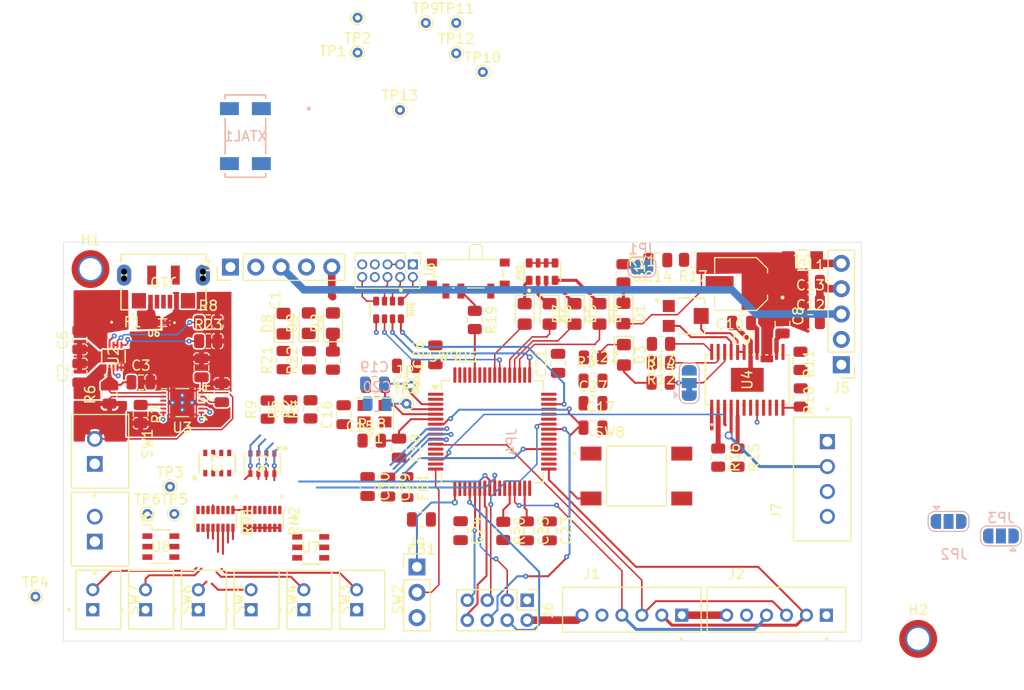
<source format=kicad_pcb>
(kicad_pcb (version 20240108) (generator "pcbnew") (generator_version "8.0")
  (layers (0 "F.Cu" signal) (1 "In1.Cu" signal) (2 "In2.Cu" signal) (31 "B.Cu" signal) (34 "B.Paste" user) (35 "F.Paste" user) (36 "B.SilkS" user "B.Silkscreen") (37 "F.SilkS" user "F.Silkscreen") (38 "B.Mask" user) (39 "F.Mask" user) (44 "Edge.Cuts" user))
  (net 0 "")
  (net 1 "GND")
  (net 2 "Button1")
  (net 3 "Button2")
  (net 4 "Button3")
  (net 5 "Button4")
  (net 6 "Button5")
  (net 7 "Button6")
  (net 8 "3V3")
  (net 9 "NRST")
  (net 10 "DC")
  (net 11 "SCK")
  (net 12 "MOSI")
  (net 13 "5V")
  (net 14 "CS")
  (net 15 "MISO")
  (net 16 "RST")
  (net 17 "PC14-OSC32IN")
  (net 18 "PC15-OSC32OUT")
  (net 19 "PH0-OSCIN")
  (net 20 "PH1-OSCOUT")
  (net 21 "Net-(SW1-A)")
  (net 22 "Net-(U3-V_{DD})")
  (net 23 "BATT_POS")
  (net 24 "SDA")
  (net 25 "Net-(U4-VCP)")
  (net 26 "VSYS")
  (net 27 "AGND")
  (net 28 "SCL")
  (net 29 "VBUS")
  (net 30 "VMOT")
  (net 31 "/Motor/FLT")
  (net 32 "/Motor/SLP")
  (net 33 "/Motor/M1")
  (net 34 "/Motor/EN")
  (net 35 "/Motor/M0")
  (net 36 "Net-(C14-Pad1)")
  (net 37 "Net-(U5-VCAP_1)")
  (net 38 "Net-(U5-VCAP_2)")
  (net 39 "+3.3VA")
  (net 40 "Net-(D1-K)")
  (net 41 "Net-(D2-K)")
  (net 42 "PC10")
  (net 43 "Net-(D3-K)")
  (net 44 "PC11")
  (net 45 "PC12")
  (net 46 "Net-(D4-K)")
  (net 47 "Net-(D5-K)")
  (net 48 "Net-(J10-VBUS)")
  (net 49 "MCU_TX")
  (net 50 "MCU_RX")
  (net 51 "I2S_WS")
  (net 52 "I2S_BCLK")
  (net 53 "I2S_DATA")
  (net 58 "Net-(J8-SWCLK{slash}TCK)")
  (net 59 "/USB/D+")
  (net 60 "/USB/D-")
  (net 62 "Net-(U3-BIN)")
  (net 63 "Net-(U2-ILIM{slash}VSET)")
  (net 64 "Net-(D8-K)")
  (net 65 "Net-(U4-CONFIG)")
  (net 66 "Net-(U4-FAULT)")
  (net 67 "Net-(U4-BDECAY)")
  (net 68 "Net-(U4-ADECAY)")
  (net 69 "Net-(U4-BAISEN)")
  (net 70 "Net-(U4-AISEN)")
  (net 71 "Net-(Y1-OUT)")
  (net 72 "SWCLK")
  (net 73 "SWDIO")
  (net 74 "SWO")
  (net 75 "BOOT0")
  (net 76 "Net-(SW9-B)")
  (net 77 "/MCU/BOOT1")
  (net 78 "Net-(RN1G-R7.2)")
  (net 79 "Net-(RN1H-R8.2)")
  (net 80 "Net-(U4-VREF0)")
  (net 81 "/Motor/VREF")
  (net 82 "Net-(U5-PC9)")
  (net 83 "Net-(U5-PC8)")
  (net 84 "Net-(U5-PC7)")
  (net 85 "Net-(U5-PB8)")
  (net 86 "Net-(U5-PB9)")
  (net 90 "STEP")
  (net 91 "DIR")
  (net 97 "Net-(D9-K)")
  (net 104 "/Motor/A1")
  (net 105 "/Motor/B2")
  (net 106 "/Motor/B1")
  (net 107 "/Motor/A2")
  (net 108 "Net-(D6-K)")
  (net 109 "Net-(D7-K)")
  (net 110 "PB4")
  (net 112 "Net-(J8-SWDIO{slash}TMS)")
  (net 113 "Net-(J8-~{RESET})")
  (net 115 "Net-(J8-SWO{slash}TDO)")
  (net 119 "BAT_EMPTY")
  (net 120 "STATS2")
  (net 121 "STATS1")
  (net 122 "Net-(U2-TS{slash}MR)")
  (net 123 "/UI/B7")
  (net 124 "/UI/B8")
  (net 125 "/UI/B6")
  (net 126 "/UI/B2")
  (net 127 "/UI/B3")
  (net 128 "/UI/B1")
  (net 129 "/UI/B5")
  (net 130 "/UI/B4")
  (net 131 "VBAT")
  (footprint "Parts_Library:RESCAXE80P320X160X70-8N" (layer "F.Cu") (at 182.6 106.8 -90)
    (property "Reference" "RN4")
    (property "Value" "22")
  )
  (footprint "Capacitor_SMD:C_0805_2012Metric" (layer "F.Cu") (at 187.3 111.3 90)
    (property "Reference" "C26")
    (property "Value" "100nF")
  )
  (footprint "Resistor_SMD:R_0805_2012Metric" (layer "F.Cu") (at 172.775 116.7625 90)
    (property "Reference" "R5")
    (property "Value" "5.1k")
  )
  (footprint "Capacitor_SMD:C_0805_2012Metric" (layer "F.Cu") (at 151.625 113.125 90)
    (property "Reference" "C2")
    (property "Value" "22uF")
  )
  (footprint "Capacitor_SMD:C_0805_2012Metric" (layer "F.Cu") (at 180.5 124.5 -90)
    (property "Reference" "C30")
    (property "Value" "1uF")
  )
  (footprint "Package_QFP:LQFP-64_10x10mm_P0.5mm" (layer "F.Cu") (at 193 119)
    (property "Reference" "U5")
    (property "Value" "STM32F405RGTx")
  )
  (footprint "GT_library:JST_B2B-PH-K-S" (layer "F.Cu") (at 174.66 135.85 -90)
    (property "Reference" "SW3")
    (property "Value" "SW_Push")
  )
  (footprint "TestPoint:TestPoint_THTPad_D1.0mm_Drill0.5mm" (layer "F.Cu") (at 147.2 135.55)
    (property "Reference" "TP4")
    (property "Value" "TestPoint")
  )
  (footprint "LED_SMD:LED_0805_2012Metric_Pad1.15x1.40mm_HandSolder" (layer "F.Cu") (at 201.25 107.195 -90)
    (property "Reference" "D5")
    (property "Value" "Orange")
  )
  (footprint "Resistor_SMD:R_0805_2012Metric" (layer "F.Cu") (at 206.15 103.125 -90)
    (property "Reference" "R1")
    (property "Value" "680")
  )
  (footprint "GT_library:JST_B6B-PH-K-S" (layer "F.Cu") (at 221.5 136.85)
    (property "Reference" "J2")
    (property "Value" "B6B-PH-K-S")
  )
  (footprint "TestPoint:TestPoint_THTPad_D1.0mm_Drill0.5mm" (layer "F.Cu") (at 161.125 127.25)
    (property "Reference" "TP5")
    (property "Value" "TestPoint")
  )
  (footprint "Resistor_SMD:R_0805_2012Metric" (layer "F.Cu") (at 209.9224 112.1 180)
    (property "Reference" "R12")
    (property "Value" "47k")
  )
  (footprint "Capacitor_SMD:C_0805_2012Metric" (layer "F.Cu") (at 189.825 128.925 -90)
    (property "Reference" "C24")
    (property "Value" "100nF")
  )
  (footprint "Inductor_SMD:L_0805_2012Metric" (layer "F.Cu") (at 184.5 124.55 -90)
    (property "Reference" "FB1")
    (property "Value" "FerriteBead")
  )
  (footprint "Parts_Library:SOIC_05T1G_ONS" (layer "F.Cu") (at 174.8 130.6)
    (property "Reference" "U7")
    (property "Value" "SMS05T1G")
  )
  (footprint "Capacitor_SMD:C_0805_2012Metric" (layer "F.Cu") (at 224.9 108)
    (property "Reference" "C12")
    (property "Value" "0.1uF")
  )
  (footprint "Capacitor_SMD:C_0805_2012Metric" (layer "F.Cu") (at 183.65 120.65 -90)
    (property "Reference" "C18")
    (property "Value" "20pF")
  )
  (footprint "Resistor_SMD:R_0805_2012Metric" (layer "F.Cu") (at 213.14 101.77 180)
    (property "Reference" "R17")
    (property "Value" "1")
  )
  (footprint "Resistor_SMD:R_0805_2012Metric" (layer "F.Cu") (at 217.6 121.6 -90)
    (property "Reference" "R15")
    (property "Value" "0.10")
  )
  (footprint "LED_SMD:LED_0805_2012Metric_Pad1.15x1.40mm_HandSolder" (layer "F.Cu") (at 196.25 107.195 -90)
    (property "Reference" "D7")
    (property "Value" "Blue")
  )
  (footprint "Resistor_SMD:R_0805_2012Metric" (layer "F.Cu") (at 215.65 121.6 -90)
    (property "Reference" "R16")
    (property "Value" "0.10")
  )
  (footprint "TestPoint:TestPoint_THTPad_D1.0mm_Drill0.5mm" (layer "F.Cu") (at 179.5 77.5)
    (property "Reference" "TP1")
    (property "Value" "~")
  )
  (footprint "Parts_Library:CON00906_5_MOL" (layer "F.Cu") (at 160.037501 104 180)
    (property "Reference" "J10")
    (property "Value" "1051640001")
    (fp_line (start 3.95 1.038601) (end 3.95 0.352801) (stroke (width 0.6096)) (layer "Edge.Cuts"))
    (fp_line (start -3.95 1.038601) (end -3.95 0.352801) (stroke (width 0.6096)) (layer "Edge.Cuts"))
  )
  (footprint "TestPoint:TestPoint_THTPad_D1.0mm_Drill0.5mm" (layer "F.Cu") (at 189.39 81.07)
    (property "Reference" "TP12")
    (property "Value" "~")
  )
  (footprint "Capacitor_SMD:C_0805_2012Metric" (layer "F.Cu") (at 209.6 101.8 180)
    (property "Reference" "C14")
    (property "Value" "10uF")
  )
  (footprint "Capacitor_SMD:C_0805_2012Metric" (layer "F.Cu") (at 203.1 118.6)
    (property "Reference" "C17")
    (property "Value" "100nF")
  )
  (footprint "Capacitor_SMD:C_0805_2012Metric" (layer "F.Cu") (at 178.1 117.3 90)
    (property "Reference" "C16")
    (property "Value" "0.01uF")
  )
  (footprint "GT_library:CAP_CA0612_3P2X1P6_YAG" (layer "F.Cu") (at 165.425 122.15 90)
    (property "Reference" "C7")
    (property "Value" "100nF")
  )
  (footprint "Resistor_SMD:R_0805_2012Metric" (layer "F.Cu") (at 209.9224 110.2 180)
    (property "Reference" "R13")
    (property "Value" "47k")
  )
  (footprint "Resistor_SMD:R_0805_2012Metric" (layer "F.Cu") (at 180.9125 119.9)
    (property "Reference" "R18")
    (property "Value" "220")
  )
  (footprint "Resistor_SMD:R_0805_2012Metric" (layer "F.Cu") (at 191.25 107.8 -90)
    (property "Reference" "R19")
    (property "Value" "10k")
  )
  (footprint "Resistor_SMD:R_0805_2012Metric" (layer "F.Cu") (at 177.025 111.875 90)
    (property "Reference" "R2")
    (property "Value" "680")
  )
  (footprint "Parts_Library:SOP65P640X120-25N" (layer "F.Cu") (at 218.575002 113.800001 90)
    (property "Reference" "U4")
    (property "Value" "DRV8834PWP")
  )
  (footprint "LED_SMD:LED_0805_2012Metric_Pad1.15x1.40mm_HandSolder" (layer "F.Cu") (at 198.75 107.195 -90)
    (property "Reference" "D6")
    (property "Value" "Red")
  )
  (footprint "Resistor_SMD:R_0805_2012Metric" (layer "F.Cu") (at 209.8875 114.1)
    (property "Reference" "R14")
    (property "Value" "10k")
  )
  (footprint "Button_Switch_SMD:SW_SPDT_PCM12" (layer "F.Cu") (at 190.6 103.475 180)
    (property "Reference" "SW9")
    (property "Value" "SW_SPDT")
  )
  (footprint "Capacitor_SMD:C_0805_2012Metric" (layer "F.Cu") (at 222.1 108.2 -90)
    (property "Reference" "C8")
    (property "Value" "0.01uF")
  )
  (footprint "Capacitor_SMD:C_0805_2012Metric" (layer "F.Cu") (at 196.45 128.95 -90)
    (property "Reference" "C25")
    (property "Value" "2.2uF")
  )
  (footprint "Connector_PinHeader_2.54mm:PinHeader_1x05_P2.54mm_Vertical" (layer "F.Cu") (at 228 112.29 180)
    (property "Reference" "J5")
    (property "Value" "Conn_01x05_Pin")
  )
  (footprint "TestPoint:TestPoint_THTPad_D1.0mm_Drill0.5mm" (layer "F.Cu") (at 179.5 81)
    (property "Reference" "TP2")
    (property "Value" "~")
  )
  (footprint "Parts_Library:SOIC_05T1G_ONS" (layer "F.Cu") (at 159.77755 130.525)
    (property "Reference" "U8")
    (property "Value" "SMS05T1G")
  )
  (footprint "Capacitor_SMD:C_0805_2012Metric" (layer "F.Cu") (at 182.55 124.55 -90)
    (property "Reference" "C29")
    (property "Value" "100nF")
  )
  (footprint "LED_SMD:LED_0805_2012Metric_Pad1.15x1.40mm_HandSolder" (layer "F.Cu") (at 206.15 107.15 -90)
    (property "Reference" "D1")
    (property "Value" "Orange")
  )
  (footprint "Resistor_SMD:R_0805_2012Metric" (layer "F.Cu") (at 174.775 116.7625 90)
    (property "Reference" "R4")
    (property "Value" "5.1k")
  )
  (footprint "Capacitor_SMD:C_0805_2012Metric" (layer "F.Cu") (at 165.875 115.1 90)
    (property "Reference" "C4")
    (property "Value" "0.47uF")
  )
  (footprint "GT_library:JST_B2B-PH-K-S" (layer "F.Cu") (at 158.79 135.85 -90)
    (property "Reference" "SW6")
    (property "Value" "SW_Push")
  )
  (footprint "Capacitor_SMD:C_0805_2012Metric" (layer "F.Cu") (at 224.9 104)
    (property "Reference" "C11")
    (property "Value" "10uF")
  )
  (footprint "LED_SMD:LED_0805_2012Metric_Pad1.15x1.40mm_HandSolder" (layer "F.Cu") (at 206.2 111.3 -90)
    (property "Reference" "D3")
    (property "Value" "Green")
  )
  (footprint "Resistor_SMD:R_0805_2012Metric" (layer "F.Cu") (at 174.625 111.85 90)
    (property "Reference" "R22")
    (property "Value" "1k")
  )
  (footprint "Parts_Library:SODFL1006X40N" (layer "F.Cu") (at 159.94075 108.075 180)
    (property "Reference" "U6")
    (property "Value" "ESD9B5.0ST5G")
  )
  (footprint "Package_SON:Texas_S-PDSO-N12" (layer "F.Cu") (at 161.925 116.0875 180)
    (property "Reference" "U3")
    (property "Value" "BQ27441-G1")
  )
  (footprint "MountingHole:MountingHole_2.2mm_M2_DIN965_Pad_TopOnly" (layer "F.Cu") (at 235.7 139.775)
    (property "Reference" "H2")
    (property "Value" "MountingHole")
  )
  (footprint "Capacitor_SMD:C_0805_2012Metric" (layer "F.Cu") (at 203.1 116.15)
    (property "Reference" "C27")
    (property "Value" "2.2uF")
  )
  (footprint "Capacitor_SMD:C_0805_2012Metric" (layer "F.Cu") (at 203.1 113.9)
    (property "Reference" "C22")
    (property "Value" "100nF")
  )
  (footprint "TestPoint:TestPoint_THTPad_D1.0mm_Drill0.5mm" (layer "F.Cu") (at 160.7 124.525)
    (property "Reference" "TP3")
    (property "Value" "TestPoint")
  )
  (footprint "Resistor_SMD:R_0805_2012Metric" (layer "F.Cu") (at 172.075 111.825 90)
    (property "Reference" "R21")
    (property "Value" "680")
  )
  (footprint "Parts_Library:RESCAXE50P280X160X55-16N" (layer "F.Cu") (at 169.95 127.75 -90)
    (property "Reference" "RN2")
    (property "Value" "10k")
  )
  (footprint "TestPoint:TestPoint_THTPad_D1.0mm_Drill0.5mm" (layer "F.Cu") (at 184.8 114.4)
    (property "Reference" "TP7")
    (property "Value" "~")
  )
  (footprint "Resistor_SMD:R_0805_2012Metric" (layer "F.Cu") (at 157.75 117.2375 -90)
    (property "Reference" "R7")
    (property "Value" "10k")
  )
  (footprint "Resistor_SMD:R_0805_2012Metric" (layer "F.Cu") (at 223.925 115.575 -90)
    (property "Reference" "R10")
    (property "Value" "47k")
  )
  (footprint "Parts_Library:C1_BEL" (layer "F.Cu") (at 224.1 101.8 180)
    (property "Reference" "U1")
    (property "Value" "C1F 2")
  )
  (footprint "Resistor_SMD:R_0805_2012Metric" (layer "F.Cu") (at 164.525 109.925)
    (property "Reference" "R23")
    (property "Value" "10k")
  )
  (footprint "Oscillator:Oscillator_SMD_Abracon_ASE-4Pin_3.2x2.5mm" (layer "F.Cu") (at 181.2 117.2 180)
    (property "Reference" "Y1")
    (property "Value" "ASE-8MHz-L-C-T")
  )
  (footprint "Parts_Library:FUS_VISHAY_MFU0805_VIS" (layer "F.Cu") (at 156.95 108.025)
    (property "Reference" "F1")
    (property "Value" "MFU0805FF01000P500")
  )
  (footprint "Capacitor_SMD:C_0805_2012Metric" (layer "F.Cu") (at 185.9 127.8 180)
    (property "Reference" "C31")
    (property "Value" "1uF")
  )
  (footprint "TestPoint:TestPoint_THTPad_D1.0mm_Drill0.5mm" (layer "F.Cu") (at 184.4 116.2)
    (property "Reference" "TP8")
    (property "Value" "~")
  )
  (footprint "LED_SMD:LED_0805_2012Metric_Pad1.15x1.40mm_HandSolder" (layer "F.Cu") (at 177.025 108.125 90)
    (property "Reference" "D2")
    (property "Value" "Green")
  )
  (footprint "Parts_Library:SW_TS04-66-65-BK-160-SMT" (layer "F.Cu") (at 207.45 123.45)
    (property "Reference" "SW8")
    (property "Value" "SW_Push")
  )
  (footprint "Connector_PinHeader_1.27mm:PinHeader_2x05_P1.27mm_Vertical" (layer "F.Cu") (at 185.04 102.23 -90)
    (property "Reference" "J8")
    (property "Value" "Conn_ARM_JTAG_SWD_10")
  )
  (footprint "Resistor_SMD:R_0805_2012Metric" (layer "F.Cu") (at 170.475 116.7875 90)
    (property "Reference" "R9")
    (property "Value" "5.1k")
  )
  (footprint "Capacitor_SMD:C_0805_2012Metric" (layer "F.Cu") (at 184.4 112.4 180)
    (property "Reference" "C28")
    (property "Value" "100nF")
  )
  (footprint "Capacitor_SMD:C_0805_2012Metric" (layer "F.Cu") (at 224.9 106)
    (property "Reference" "C13")
    (property "Value" "0.1uF")
  )
  (footprint "Parts_Library:RESCAXE50P280X160X55-16N" (layer "F.Cu") (at 165.25 127.75 -90)
    (property "Reference" "RN1")
    (property "Value" "1k")
  )
  (footprint "Parts_Library:RESCAXS80P320X160X60-8N" (layer "F.Cu") (at 198 102.9575 90)
    (property "Reference" "RN3")
    (property "Value" "660")
  )
  (footprint "MountingHole:MountingHole_2.2mm_M2_DIN965_Pad_TopOnly" (layer "F.Cu") (at 152.725 102.7)
    (property "Reference" "H1")
    (property "Value" "MountingHole")
  )
  (footprint "TestPoint:TestPoint_THTPad_D1.0mm_Drill0.5mm" (layer "F.Cu") (at 183.75 86.75)
    (property "Reference" "TP13")
    (property "Value" "~")
  )
  (footprint "Parts_Library:JST_B4B-XH-A" (layer "F.Cu") (at 226.075 123.75 90)
    (property "Reference" "J7")
    (property "Value" "B4B-XH-A")
  )
  (footprint "Capacitor_SMD:C_0805_2012Metric" (layer "F.Cu") (at 157.775 114.05)
    (property "Reference" "C3")
    (property "Value" "22uF")
  )
  (footprint "Resistor_SMD:R_0805_2012Metric" (layer "F.Cu") (at 194.1 128.95 -90)
    (property "Reference" "R20")
    (property "Value" "10k")
  )
  (footprint "GT_library:JST_B6B-PH-K-S" (layer "F.Cu") (at 207 136.85)
    (property "Reference" "J1")
    (property "Value" "B6B-PH-K-S")
  )
  (footprint "TestPoint:TestPoint_THTPad_D1.0mm_Drill0.5mm" (layer "F.Cu") (at 192.05 82.95)
    (property "Reference" "TP10")
    (property "Value" "~")
  )
  (footprint "Parts_Library:CAP_EEE1AA101WR" (layer "F.Cu") (at 217.95 104.2 180)
    (property "Reference" "C10")
    (property "Value" "100uF")
  )
  (footprint "Resistor_SMD:R_0805_2012Metric" (layer "F.Cu") (at 223.9 111.9 -90)
    (property "Reference" "R11")
    (property "Value" "1.5k")
  )
  (footprint "TestPoint:TestPoint_THTPad_D1.0mm_Drill0.5mm" (layer "F.Cu") (at 158.425 127.25)
    (property "Reference" "TP6")
    (property "Value" "TestPoint")
  )
  (footprint "Resistor_SMD:R_0805_2012Metric" (layer "F.Cu") (at 154.625 115.275 90)
    (property "Reference" "R6")
    (property "Value" "0.01 1%")
  )
  (footprint "Connector_PinHeader_2.00mm:PinHeader_2x04_P2.00mm_Vertical" (layer "F.Cu") (at 196.5 135.9 -90)
    (property "Reference" "J6")
    (property "Value" "Conn_02x04_Odd_Even")
  )
  (footprint "Connector_PinHeader_2.54mm:PinHeader_1x05_P2.54mm_Vertical" (layer "F.Cu") (at 166.75 102.5 90)
    (property "Reference" "J4")
    (property "Value" "Conn_01x05_Pin")
  )
  (footprint "Capacitor_SMD:C_0805_2012Metric" (layer "F.Cu") (at 181.3 114.4 180)
    (property "Reference" "C15")
    (property "Value" "20pF")
  )
  (footprint "LED_SMD:LED_0805_2012Metric_Pad1.15x1.40mm_HandSolder" (layer "F.Cu") (at 174.6 108.125 90)
    (property "Reference" "D9")
    (property "Value" "Red")
  )
  (footprint "TestPoint:TestPoint_THTPad_D1.0mm_Drill0.5mm" (layer "F.Cu") (at 189.39 78.02)
    (property "Reference" "TP11")
    (property "Value" "~")
  )
  (footprint "Capacitor_SMD:C_0805_2012Metric" (layer "F.Cu") (at 218 108.1 180)
    (property "Reference" "C9")
    (property "Value" "4.7uF")
  )
  (footprint "Resistor_SMD:R_0805_2012Metric" (layer "F.Cu") (at 203.1 111.55 180)
    (property "Reference" "R3")
    (property "Value" "680")
  )
  (footprint "GT_library:CAP_CA0612_3P2X1P6_YAG" (layer "F.Cu") (at 169.95 122.200598 -90)
    (property "Reference" "C6")
    (property "Value" "100nF")
  )
  (footprint "LED_SMD:LED_0805_2012Metric_Pad1.15x1.40mm_HandSolder" (layer "F.Cu") (at 203.75 107.195 -90)
    (property "Reference" "D4")
    (property "Value" "Green")
  )
  (footprint "Capacitor_SMD:C_0805_2012Metric" (layer "F.Cu") (at 151.625 109.8 90)
    (property "Reference" "C5")
    (property "Value" "22uF")
  )
  (footprint "Capacitor_SMD:C_0805_2012Metric" (layer "F.Cu") (at 163.85 112.6 -90)
    (property "Reference" "C1")
    (property "Value" "1uF")
  )
  (footprint "GT_library:JST_B2B-PH-K-S" (layer "F.Cu") (at 169.37 135.85 -90)
    (property "Reference" "SW4")
    (property "Value" "SW_Push")
  )
  (footprint "Parts_Library:TRIM_TC33X-2-103E" (layer "F.Cu") (at 212.5 107.4)
    (property "Reference" "RV1")
    (property "Value" "10k")
  )
  (footprint "LED_SMD:LED_0805_2012Metric_Pad1.15x1.40mm_HandSolder" (layer "F.Cu") (at 172.075 108.175 90)
    (property "Reference" "D8")
    (property "Value" "Red")
  )
  (footprint "Capacitor_SMD:C_0805_2012Metric" (layer "F.Cu") (at 199.6 112.15 90)
    (property "Reference" "C21")
    (property "Value" "10uF")
  )
  (footprint "Connector_PinHeader_2.54mm:PinHeader_1x03_P2.54mm_Vertical" (layer "F.Cu") (at 185.45 132.57)
    (property "Reference" "J9")
    (property "Value" "Conn_01x03")
  )
  (footprint "Parts_Library:WSON10_DLH_TEX" (layer "F.Cu") (at 155.025 111.45 90)
    (property "Reference" "U2")
    (property "Value" "BQ25185DLHR")
  )
  (footprint "TestPoint:TestPoint_THTPad_D1.0mm_Drill0.5mm" (layer "F.Cu") (at 186.34 78.02)
    (property "Reference" "TP9")
    (property "Value" "~")
  )
  (footprint "Parts_Library:JST_B2B-XH-A" (layer "F.Cu") (at 153.675 120.975 -90)
    (property "Reference" "SW1")
    (property "Value" "SW_SPST")
  )
  (footprint "GT_library:JST_B2B-PH-K-S" (layer "F.Cu") (at 179.95 135.85 -90)
    (property "Reference" "SW2")
    (property "Value" "SW_Push")
  )
  (footprint "Resistor_SMD:R_0805_2012Metric" (layer "F.Cu") (at 164.525 108.025)
    (property "Reference" "R8")
    (property "Value" "1.1k")
  )
  (footprint "GT_library:JST_B2B-PH-K-S" (layer "F.Cu") (at 153.5 135.85 -90)
    (property "Reference" "SW7")
    (property "Value" "SW_Push")
  )
  (footprint "Parts_Library:JST_B2B-XH-A" (layer "F.Cu") (at 153.675 128.775 -90)
    (property "Reference" "J3")
    (property "Value" "JST_B2B-XH-A")
  )
  (footprint "GT_library:JST_B2B-PH-K-S" (layer "F.Cu") (at 164.08 135.85 -90)
    (property "Reference" "SW5")
    (property "Value" "SW_Push")
  )
  (footprint "Capacitor_SMD:C_0805_2012Metric" (layer "F.Cu") (at 198.75 128.95 -90)
    (property "Reference" "C23")
    (property "Value" "100nF")
  )
  (footprint "Parts_Library:SO4_MC-306_SEC" (layer "B.Cu") (at 168.250001 89.3691 180)
    (property "Reference" "XTAL1")
    (property "Value" "MC-306 32.7680K-E3:ROHS")
  )
  (footprint "Jumper:SolderJumper-3_P1.3mm_Open_RoundedPad1.0x1.5mm" (layer "B.Cu") (at 244 129.4575 180)
    (property "Reference" "JP3")
    (property "Value" "M2")
  )
  (footprint "Capacitor_SMD:C_0805_2012Metric" (layer "B.Cu") (at 181.45 116.2 180)
    (property "Reference" "C20")
    (property "Value" "6.8pF")
  )
  (footprint "Capacitor_SMD:C_0805_2012Metric" (layer "B.Cu") (at 181.2 114.2 180)
    (property "Reference" "C19")
    (property "Value" "6.8pF")
  )
  (footprint "Jumper:SolderJumper-3_P1.3mm_Open_RoundedPad1.0x1.5mm" (layer "B.Cu") (at 238.75 128)
    (property "Reference" "JP2")
    (property "Value" "M1")
  )
  (footprint "Jumper:SolderJumper-3_P1.3mm_Bridged12_RoundedPad1.0x1.5mm" (layer "B.Cu") (at 212.75 114.125 90)
    (property "Reference" "JP4")
    (property "Value" "SLP")
  )
  (footprint "Jumper:SolderJumper-2_P1.3mm_Bridged2Bar_RoundedPad1.0x1.5mm" (layer "B.Cu") (at 208 102.5 180)
    (property "Reference" "JP1")
    (property "Value" "SolderJumper_2_Bridged")
  )
  (gr_rect (start 150 100) (end 230 140) (stroke (width 0.05)) (fill none) (layer "Edge.Cuts"))
  (segment (start 155.42505 111.85005) (end 155.025 111.45) (width 0.2) (layer "F.Cu") (net 1))
  (segment (start 196.7 102.0875) (end 199.3 102.0875) (width 0.15) (layer "F.Cu") (net 1))
  (segment (start 155.42505 112.5803) (end 155.8251 112.5803) (width 0.2) (layer "F.Cu") (net 1))
  (segment (start 183.77 102.23) (end 182.5 102.23) (width 0.15) (layer "F.Cu") (net 1))
  (segment (start 155.42505 112.5803) (end 155.42505 111.85005) (width 0.2) (layer "F.Cu") (net 1))
  (segment (start 188.45 118.7) (end 188.4 118.75) (width 0.2) (layer "F.Cu") (net 2))
  (segment (start 168.75 123.216598) (end 168.75 122.416598) (width 0.2) (layer "F.Cu") (net 2))
  (segment (start 168.75 123.216598) (end 168.2 123.766598) (width 0.2) (layer "F.Cu") (net 2))
  (segment (start 168.2 126.855) (end 167 126.855) (width 0.2) (layer "F.Cu") (net 2))
  (segment (start 188.45 118.75) (end 188.45 118.7) (width 0.2) (layer "F.Cu") (net 2))
  (segment (start 188.4 118.75) (end 187.325 118.75) (width 0.2) (layer "F.Cu") (net 2))
  (via (at 188.45 118.7) (size 0.5) (drill 0.2) (layers "F.Cu" "B.Cu") (net 2))
  (via (at 168.75 122.416598) (size 0.5) (drill 0.2) (layers "F.Cu" "B.Cu") (net 2))
  (segment (start 168.75 120.366598) (end 168.75 122.416598) (width 0.2) (layer "B.Cu") (net 2))
  (segment (start 186.4 118.75) (end 182.8 122.35) (width 0.2) (layer "B.Cu") (net 2))
  (segment (start 188.4 118.75) (end 186.4 118.75) (width 0.2) (layer "B.Cu") (net 2))
  (segment (start 188.45 118.7) (end 188.4 118.75) (width 0.2) (layer "B.Cu") (net 2))
  (segment (start 169.75 119.366598) (end 168.75 120.366598) (width 0.2) (layer "B.Cu") (net 2))
  (segment (start 169.550001 123.216598) (end 169.550001 123.734098) (width 0.2) (layer "F.Cu") (net 3))
  (segment (start 188.837218 119.25) (end 187.325 119.25) (width 0.2) (layer "F.Cu") (net 3))
  (segment (start 188.856847 119.269629) (end 188.837218 119.25) (width 0.2) (layer "F.Cu") (net 3))
  (segment (start 169.550001 123.216598) (end 169.550001 122.416599) (width 0.2) (layer "F.Cu") (net 3))
  (via (at 169.550001 122.416599) (size 0.5) (drill 0.2) (layers "F.Cu" "B.Cu") (net 3))
  (via (at 188.856847 119.269629) (size 0.5) (drill 0.2) (layers "F.Cu" "B.Cu") (net 3))
  (segment (start 186.6 119.25) (end 183.1 122.75) (width 0.2) (layer "B.Cu") (net 3))
  (segment (start 188.837218 119.25) (end 186.6 119.25) (width 0.2) (layer "B.Cu") (net 3))
  (segment (start 170.25 119.766598) (end 169.6 120.416598) (width 0.2) (layer "B.Cu") (net 3))
  (segment (start 169.6 120.416598) (end 169.6 122.3666) (width 0.2) (layer "B.Cu") (net 3))
  (segment (start 188.856847 119.269629) (end 188.837218 119.25) (width 0.2) (layer "B.Cu") (net 3))
  (segment (start 169.6 122.3666) (end 169.550001 122.416599) (width 0.2) (layer "B.Cu") (net 3))
  (segment (start 170.35 123.216597) (end 170.349999 123.216598) (width 0.2) (layer "F.Cu") (net 4))
  (segment (start 170.349999 123.216598) (end 170.349999 123.766599) (width 0.2) (layer "F.Cu") (net 4))
  (segment (start 188.4 119.8) (end 188.35 119.75) (width 0.2) (layer "F.Cu") (net 4))
  (segment (start 188.35 119.75) (end 187.325 119.75) (width 0.2) (layer "F.Cu") (net 4))
  (segment (start 170.35 122.416598) (end 170.35 123.216597) (width 0.2) (layer "F.Cu") (net 4))
  (via (at 170.35 122.416598) (size 0.5) (drill 0.2) (layers "F.Cu" "B.Cu") (net 4))
  (via (at 188.4 119.8) (size 0.5) (drill 0.2) (layers "F.Cu" "B.Cu") (net 4))
  (segment (start 170.35 120.816598) (end 170.35 122.416598) (width 0.2) (layer "B.Cu") (net 4))
  (segment (start 188.4 119.8) (end 186.615686 119.8) (width 0.2) (layer "B.Cu") (net 4))
  (segment (start 186.615686 119.8) (end 183.265686 123.15) (width 0.2) (layer "B.Cu") (net 4))
  (segment (start 171 120.166598) (end 170.35 120.816598) (width 0.2) (layer "B.Cu") (net 4))
  (segment (start 171.15 123.216598) (end 171.15 123.866598) (width 0.2) (layer "F.Cu") (net 5))
  (segment (start 171.15 123.216598) (end 171.15 122.416598) (width 0.2) (layer "F.Cu") (net 5))
  (segment (start 196.1 120.75) (end 198.675 120.75) (width 0.2) (layer "F.Cu") (net 5))
  (via (at 196.1 120.75) (size 0.5) (drill 0.2) (layers "F.Cu" "B.Cu") (net 5))
  (via (at 171.15 122.416598) (size 0.5) (drill 0.2) (layers "F.Cu" "B.Cu") (net 5))
  (segment (start 185.75 121.65) (end 183.8 123.6) (width 0.2) (layer "B.Cu") (net 5))
  (segment (start 195.2 121.65) (end 185.75 121.65) (width 0.2) (layer "B.Cu") (net 5))
  (segment (start 196.1 120.75) (end 195.2 121.65) (width 0.2) (layer "B.Cu") (net 5))
  (segment (start 171.15 121.016598) (end 171.15 122.416598) (width 0.2) (layer "B.Cu") (net 5))
  (segment (start 171.55 120.616598) (end 171.15 121.016598) (width 0.2) (layer "B.Cu") (net 5))
  (segment (start 165 126.388172) (end 165 126.855) (width 0.2) (layer "F.Cu") (net 6))
  (segment (start 192.28241 123.4) (end 192.75 123.86759) (width 0.2) (layer "F.Cu") (net 6))
  (segment (start 192.275 123.4) (end 192.28241 123.4) (width 0.2) (layer "F.Cu") (net 6))
  (segment (start 192.75 123.86759) (end 192.75 124.675) (width 0.2) (layer "F.Cu") (net 6))
  (via (at 192.275 123.4) (size 0.5) (drill 0.2) (layers "F.Cu" "B.Cu") (net 6))
  (segment (start 191.675 124) (end 173.627818 124) (width 0.2) (layer "B.Cu") (net 6))
  (segment (start 192.275 123.4) (end 191.675 124) (width 0.2) (layer "B.Cu") (net 6))
  (segment (start 193.25 123.375) (end 193.25 124.675) (width 0.2) (layer "F.Cu") (net 7))
  (via (at 193.25 123.375) (size 0.5) (drill 0.2) (layers "F.Cu" "B.Cu") (net 7))
  (segment (start 193.25 123.375) (end 193.25 123.675) (width 0.2) (layer "B.Cu") (net 7))
  (segment (start 193.25 123.675) (end 192.325 124.6) (width 0.2) (layer "B.Cu") (net 7))
  (segment (start 192.325 124.6) (end 175.4 124.6) (width 0.2) (layer "B.Cu") (net 7))
  (segment (start 168.2 128.645) (end 171.7 128.645) (width 0.2) (layer "F.Cu") (net 8))
  (segment (start 196.5 137.9) (end 201.5 137.9) (width 0.76) (layer "F.Cu") (net 8))
  (segment (start 176.91 105.385001) (end 177 105.475001) (width 0.76) (layer "F.Cu") (net 8))
  (segment (start 219.550001 108.700001) (end 218.95 108.1) (width 0.45) (layer "F.Cu") (net 8))
  (segment (start 176.91 102.5) (end 176.91 105.385001) (width 0.76) (layer "F.Cu") (net 8))
  (segment (start 219.550001 111.000002) (end 219.550001 108.700001) (width 0.45) (layer "F.Cu") (net 8))
  (segment (start 202 137.4) (end 201.5 137.9) (width 0.76) (layer "F.Cu") (net 8))
  (segment (start 212 137.4) (end 216.5 137.4) (width 0.76) (layer "F.Cu") (net 8))
  (segment (start 202.15 118.6) (end 200.675 117.125) (width 0.2) (layer "F.Cu") (net 9))
  (segment (start 200.675 116.675) (end 200.679913 116.675) (width 0.2) (layer "F.Cu") (net 9))
  (segment (start 200.75 124.9) (end 200.75 119.45) (width 0.2) (layer "F.Cu") (net 9))
  (segment (start 181.36 109.035) (end 181.375 109.05) (width 0.15) (layer "F.Cu") (net 9))
  (segment (start 200.675 117.125) (end 200.675 116.675) (width 0.2) (layer "F.Cu") (net 9))
  (segment (start 188.825 117.7) (end 188.682411 117.7) (width 0.2) (layer "F.Cu") (net 9))
  (segment (start 201.6 118.6) (end 202.15 118.6) (width 0.2) (layer "F.Cu") (net 9))
  (segment (start 200.75 119.45) (end 201.6 118.6) (width 0.2) (layer "F.Cu") (net 9))
  (segment (start 188.132411 118.25) (end 187.325 118.25) (width 0.2) (layer "F.Cu") (net 9))
  (segment (start 202.9 125.7) (end 201.55 125.7) (width 0.2) (layer "F.Cu") (net 9))
  (segment (start 200.679913 116.675) (end 200.721671 116.716758) (width 0.2) (layer "F.Cu") (net 9))
  (segment (start 201.55 125.7) (end 200.75 124.9) (width 0.2) (layer "F.Cu") (net 9))
  (segment (start 188.682411 117.7) (end 188.132411 118.25) (width 0.2) (layer "F.Cu") (net 9))
  (segment (start 181.36 107.685) (end 181.36 109.035) (width 0.15) (layer "F.Cu") (net 9))
  (via (at 181.375 109.05) (size 0.5) (drill 0.2) (layers "F.Cu" "B.Cu") (net 9))
  (via (at 188.825 117.7) (size 0.5) (drill 0.2) (layers "F.Cu" "B.Cu") (net 9))
  (via (at 200.721671 116.716758) (size 0.5) (drill 0.2) (layers "F.Cu" "B.Cu") (net 9))
  (segment (start 189.675 116.8) (end 188.9 117.575) (width 0.2) (layer "B.Cu") (net 9))
  (segment (start 200.721671 116.716758) (end 200.638429 116.8) (width 0.2) (layer "B.Cu") (net 9))
  (segment (start 188.9 117.625) (end 188.825 117.7) (width 0.2) (layer "B.Cu") (net 9))
  (segment (start 188.9 117.575) (end 188.9 117.625) (width 0.2) (layer "B.Cu") (net 9))
  (segment (start 200.638429 116.8) (end 189.675 116.8) (width 0.2) (layer "B.Cu") (net 9))
  (segment (start 200.45 131.65) (end 200.45 131.55) (width 0.2) (layer "F.Cu") (net 10))
  (segment (start 198.679265 118.745735) (end 198.675 118.75) (width 0.2) (layer "F.Cu") (net 10))
  (segment (start 196.35 133.5) (end 198.6 133.5) (width 0.2) (layer "F.Cu") (net 10))
  (segment (start 200.239337 118.745735) (end 198.679265 118.745735) (width 0.2) (layer "F.Cu") (net 10))
  (segment (start 198.6 133.5) (end 200.45 131.65) (width 0.2) (layer "F.Cu") (net 10))
  (via (at 200.45 131.55) (size 0.5) (drill 0.2) (layers "F.Cu" "B.Cu") (net 10))
  (via (at 196.35 133.5) (size 0.5) (drill 0.2) (layers "F.Cu" "B.Cu") (net 10))
  (via (at 200.239337 118.745735) (size 0.5) (drill 0.2) (layers "F.Cu" "B.Cu") (net 10))
  (segment (start 193.525 136.875) (end 192.5 137.9) (width 0.2) (layer "B.Cu") (net 10))
  (segment (start 193.525 135.496141) (end 193.525 136.875) (width 0.2) (layer "B.Cu") (net 10))
  (segment (start 196.35 133.5) (end 195.521141 133.5) (width 0.2) (layer "B.Cu") (net 10))
  (segment (start 200.75 119.25) (end 200.75 131.25) (width 0.2) (layer "B.Cu") (net 10))
  (segment (start 195.521141 133.5) (end 193.525 135.496141) (width 0.2) (layer "B.Cu") (net 10))
  (segment (start 200.239337 118.745735) (end 200.245735 118.745735) (width 0.2) (layer "B.Cu") (net 10))
  (segment (start 200.245735 118.745735) (end 200.75 119.25) (width 0.2) (layer "B.Cu") (net 10))
  (segment (start 200.75 131.25) (end 200.45 131.55) (width 0.2) (layer "B.Cu") (net 10))
  (segment (start 191.225 128.9) (end 191.274607 128.850393) (width 0.2) (layer "F.Cu") (net 11))
  (segment (start 191.274607 128.850393) (end 191.274607 124.699607) (width 0.2) (layer "F.Cu") (net 11))
  (segment (start 191.274607 124.699607) (end 191.25 124.675) (width 0.2) (layer "F.Cu") (net 11))
  (via (at 191.225 128.9) (size 0.5) (drill 0.2) (layers "F.Cu" "B.Cu") (net 11))
  (segment (start 191.225 135.175) (end 190.5 135.9) (width 0.2) (layer "B.Cu") (net 11))
  (segment (start 191.225 128.9) (end 191.225 135.175) (width 0.2) (layer "B.Cu") (net 11))
  (segment (start 191 136.778859) (end 191.525 136.253859) (width 0.2) (layer "F.Cu") (net 12))
  (segment (start 190.5 137.9) (end 190.5 137.3) (width 0.2) (layer "F.Cu") (net 12))
  (segment (start 191.525 136.253859) (end 191.525 134.35) (width 0.2) (layer "F.Cu") (net 12))
  (segment (start 192.25 126.477818) (end 192.25 124.675) (width 0.2) (layer "F.Cu") (net 12))
  (segment (start 191 136.8) (end 191 136.778859) (width 0.2) (layer "F.Cu") (net 12))
  (segment (start 192.425 126.652818) (end 192.25 126.477818) (width 0.2) (layer "F.Cu") (net 12))
  (segment (start 192.425 133.45) (end 192.425 126.652818) (width 0.2) (layer "F.Cu") (net 12))
  (segment (start 191.525 134.35) (end 192.425 133.45) (width 0.2) (layer "F.Cu") (net 12))
  (segment (start 190.5 137.3) (end 191 136.8) (width 0.2) (layer "F.Cu") (net 12))
  (segment (start 225.8524 102.13) (end 225.5224 101.8) (width 0.76) (layer "F.Cu") (net 13))
  (segment (start 228 102.13) (end 225.8524 102.13) (width 0.76) (layer "F.Cu") (net 13))
  (segment (start 190.724607 126.079189) (end 190.75 126.053796) (width 0.2) (layer "F.Cu") (net 14))
  (segment (start 190.75 126.053796) (end 190.75 124.675) (width 0.2) (layer "F.Cu") (net 14))
  (via (at 190.724607 126.079189) (size 0.5) (drill 0.2) (layers "F.Cu" "B.Cu") (net 14))
  (segment (start 197.7 138.35) (end 197.7 133.05) (width 0.2) (layer "B.Cu") (net 14))
  (segment (start 197.7 133.05) (end 190.75 126.1) (width 0.2) (layer "B.Cu") (net 14))
  (segment (start 194.5 137.9) (end 195.475 138.875) (width 0.2) (layer "B.Cu") (net 14))
  (segment (start 195.475 138.875) (end 197.175 138.875) (width 0.2) (layer "B.Cu") (net 14))
  (segment (start 197.175 138.875) (end 197.7 138.35) (width 0.2) (layer "B.Cu") (net 14))
  (segment (start 193.725 132.1) (end 193.375 131.75) (width 0.15) (layer "F.Cu") (net 15))
  (segment (start 191.750001 124.675) (end 191.750001 129.400001) (width 0.15) (layer "F.Cu") (net 15))
  (segment (start 194.5 132.875) (end 193.725 132.1) (width 0.15) (layer "F.Cu") (net 15))
  (segment (start 194.5 135.9) (end 194.5 132.875) (width 0.15) (layer "F.Cu") (net 15))
  (segment (start 191.8 129.45) (end 191.8 129.8) (width 0.15) (layer "F.Cu") (net 15))
  (segment (start 191.775 129.825) (end 191.8 129.8) (width 0.15) (layer "F.Cu") (net 15))
  (segment (start 191.750001 129.400001) (end 191.8 129.45) (width 0.15) (layer "F.Cu") (net 15))
  (via (at 191.8 129.8) (size 0.5) (drill 0.2) (layers "F.Cu" "B.Cu") (net 15))
  (via (at 193.375 131.75) (size 0.5) (drill 0.2) (layers "F.Cu" "B.Cu") (net 15))
  (segment (start 193.05 131.75) (end 191.8 130.5) (width 0.15) (layer "B.Cu") (net 15))
  (segment (start 191.8 129.875) (end 191.8 129.95) (width 0.15) (layer "B.Cu") (net 15))
  (segment (start 191.8 130.5) (end 191.8 129.875) (width 0.15) (layer "B.Cu") (net 15))
  (segment (start 193.375 131.75) (end 193.05 131.75) (width 0.15) (layer "B.Cu") (net 15))
  (segment (start 192.85 135.55) (end 192.85 126.275) (width 0.15) (layer "F.Cu") (net 16))
  (segment (start 192.85 126.275) (end 192.85 126.3) (width 0.15) (layer "F.Cu") (net 16))
  (segment (start 197.725 118.25) (end 197.475 118.5) (width 0.15) (layer "F.Cu") (net 16))
  (segment (start 198.675 118.25) (end 197.725 118.25) (width 0.15) (layer "F.Cu") (net 16))
  (segment (start 192.5 135.9) (end 192.85 135.55) (width 0.15) (layer "F.Cu") (net 16))
  (via (at 192.85 126.3) (size 0.5) (drill 0.2) (layers "F.Cu" "B.Cu") (net 16))
  (via (at 197.475 118.5) (size 0.5) (drill 0.2) (layers "F.Cu" "B.Cu") (net 16))
  (segment (start 197.475 118.5) (end 197.475 122.269976) (width 0.15) (layer "B.Cu") (net 16))
  (segment (start 194.425 123.95) (end 195.794975 123.95) (width 0.15) (layer "B.Cu") (net 16))
  (segment (start 197.475 122.269976) (end 197.384988 122.359988) (width 0.15) (layer "B.Cu") (net 16))
  (segment (start 192.85 125.525) (end 194.425 123.95) (width 0.15) (layer "B.Cu") (net 16))
  (segment (start 192.85 126.3) (end 192.85 125.525) (width 0.15) (layer "B.Cu") (net 16))
  (segment (start 195.794975 123.95) (end 197.384988 122.359988) (width 0.15) (layer "B.Cu") (net 16))
  (segment (start 197.384988 122.359988) (end 197.45 122.294975) (width 0.15) (layer "B.Cu") (net 16))
  (segment (start 185.942894 116.25) (end 184.8 115.107106) (width 0.2) (layer "F.Cu") (net 17))
  (segment (start 184.8 115.107106) (end 184.8 114.4) (width 0.2) (layer "F.Cu") (net 17))
  (segment (start 187.325 116.25) (end 185.942894 116.25) (width 0.2) (layer "F.Cu") (net 17))
  (segment (start 182.15 114.2) (end 184.6 114.2) (width 0.2) (layer "B.Cu") (net 17))
  (segment (start 184.6 114.2) (end 184.8 114.4) (width 0.2) (layer "B.Cu") (net 17))
  (segment (start 187.325 116.75) (end 184.95 116.75) (width 0.2) (layer "F.Cu") (net 18))
  (segment (start 184.95 116.75) (end 184.4 116.2) (width 0.2) (layer "F.Cu") (net 18))
  (segment (start 182.4 116.2) (end 184.4 116.2) (width 0.2) (layer "B.Cu") (net 18))
  (segment (start 184.05 117.25) (end 183.175 116.375) (width 0.2) (layer "F.Cu") (net 19))
  (segment (start 182.249999 114.4) (end 182.249999 116.374999) (width 0.2) (layer "F.Cu") (net 19))
  (segment (start 187.325 117.25) (end 184.05 117.25) (width 0.2) (layer "F.Cu") (net 19))
  (segment (start 182.249999 116.374999) (end 182.25 116.375) (width 0.2) (layer "F.Cu") (net 19))
  (segment (start 183.175 116.375) (end 182.25 116.375) (width 0.2) (layer "F.Cu") (net 19))
  (segment (start 183.65 118.95) (end 183.65 119.700001) (width 0.2) (layer "F.Cu") (net 20))
  (segment (start 183.450001 119.9) (end 181.825 119.9) (width 0.2) (layer "F.Cu") (net 20))
  (segment (start 184.849999 117.750001) (end 183.65 118.95) (width 0.2) (layer "F.Cu") (net 20))
  (segment (start 187.325 117.750001) (end 184.849999 117.750001) (width 0.2) (layer "F.Cu") (net 20))
  (segment (start 183.65 119.700001) (end 183.450001 119.9) (width 0.2) (layer "F.Cu") (net 20))
  (segment (start 165.875 116.05) (end 164.6875 116.05) (width 0.15) (layer "F.Cu") (net 22))
  (segment (start 164.6875 116.05) (end 164.6625 116.025) (width 0.15) (layer "F.Cu") (net 22))
  (segment (start 164.6625 116.025) (end 164.725 116.025) (width 0.15) (layer "F.Cu") (net 22))
  (segment (start 163.825 115.4875) (end 164.125 115.4875) (width 0.15) (layer "F.Cu") (net 22))
  (segment (start 164.125 115.4875) (end 164.6625 116.025) (width 0.15) (layer "F.Cu") (net 22))
  (segment (start 154.625 116.1875) (end 154.625 115.73125) (width 0.15) (layer "F.Cu") (net 23))
  (segment (start 166.975 117.7) (end 165.8875 118.7875) (width 0.15) (layer "F.Cu") (net 23))
  (segment (start 163.85 113.55) (end 163.85 115.0625) (width 0.15) (layer "F.Cu") (net 23))
  (segment (start 162.3125 118.7875) (end 161.375 119.725) (width 0.15) (layer "F.Cu") (net 23))
  (segment (start 166.975 115.525) (end 166.975 117.7) (width 0.15) (layer "F.Cu") (net 23))
  (segment (start 154.625 115.7) (end 154.625 116.1875) (width 0.15) (layer "F.Cu") (net 23))
  (segment (start 165.8875 118.7875) (end 162.3125 118.7875) (width 0.15) (layer "F.Cu") (net 23))
  (segment (start 163.85 115.0625) (end 163.825 115.0875) (width 0.15) (layer "F.Cu") (net 23))
  (segment (start 163.825 115.0875) (end 166.5375 115.0875) (width 0.15) (layer "F.Cu") (net 23))
  (segment (start 166.5375 115.0875) (end 166.975 115.525) (width 0.15) (layer "F.Cu") (net 23))
  (segment (start 154.8375 115.4875) (end 154.625 115.7) (width 0.15) (layer "F.Cu") (net 23))
  (segment (start 160.025 115.4875) (end 154.8375 115.4875) (width 0.15) (layer "F.Cu") (net 23))
  (segment (start 161.375 119.725) (end 153.15 119.725) (width 0.15) (layer "F.Cu") (net 23))
  (segment (start 163.825 117.0875) (end 163.825 117.75) (width 0.15) (layer "F.Cu") (net 24))
  (via (at 163.825 117.75) (size 0.5) (drill 0.2) (layers "F.Cu" "B.Cu") (net 24))
  (segment (start 221.500002 111.000002) (end 221.500002 109.749998) (width 0.45) (layer "F.Cu") (net 25))
  (segment (start 221.500002 109.749998) (end 222.1 109.15) (width 0.45) (layer "F.Cu") (net 25))
  (segment (start 219.52 107.28) (end 219.59 107.21) (width 0.76) (layer "B.Cu") (net 26))
  (segment (start 219.59 107.21) (end 228 107.21) (width 0.76) (layer "B.Cu") (net 26))
  (segment (start 217.02 104.78) (end 219.52 107.28) (width 0.76) (layer "B.Cu") (net 26))
  (segment (start 171.83 102.5) (end 174.11 104.78) (width 0.76) (layer "B.Cu") (net 26))
  (segment (start 174.11 104.78) (end 217.02 104.78) (width 0.76) (layer "B.Cu") (net 26))
  (segment (start 218.900001 109.950001) (end 218.900001 111.000002) (width 0.45) (layer "F.Cu") (net 27))
  (segment (start 225.85 104) (end 225.85 108) (width 0.76) (layer "F.Cu") (net 27))
  (segment (start 217.05 108.1) (end 218.900001 109.950001) (width 0.45) (layer "F.Cu") (net 27))
  (segment (start 226.52 104.67) (end 225.85 104) (width 0.76) (layer "F.Cu") (net 27))
  (segment (start 218.900001 113.475002) (end 218.900001 111.000004) (width 0.45) (layer "F.Cu") (net 27))
  (segment (start 228 104.67) (end 226.52 104.67) (width 0.76) (layer "F.Cu") (net 27))
  (segment (start 218.575002 113.800001) (end 218.900001 113.475002) (width 0.45) (layer "F.Cu") (net 27))
  (segment (start 164.65 117.025) (end 164.675 117.05) (width 0.15) (layer "F.Cu") (net 28))
  (segment (start 163.825 116.6875) (end 164.3625 116.6875) (width 0.15) (layer "F.Cu") (net 28))
  (segment (start 164.3625 116.6875) (end 164.625 116.95) (width 0.15) (layer "F.Cu") (net 28))
  (segment (start 164.625 116.95) (end 164.65 116.975) (width 0.15) (layer "F.Cu") (net 28))
  (segment (start 164.65 116.975) (end 164.65 117.025) (width 0.15) (layer "F.Cu") (net 28))
  (via (at 164.675 117.05) (size 0.5) (drill 0.2) (layers "F.Cu" "B.Cu") (net 28))
  (segment (start 213.975 101.8475) (end 214.0525 101.77) (width 0.15) (layer "F.Cu") (net 30))
  (segment (start 208.975 107.275) (end 211.575 107.275) (width 0.15) (layer "F.Cu") (net 30))
  (segment (start 211.575 107.275) (end 213.975 104.875) (width 0.15) (layer "F.Cu") (net 30))
  (segment (start 206.15 108.175) (end 208.075 108.175) (width 0.15) (layer "F.Cu") (net 30))
  (segment (start 213.975 104.875) (end 213.975 101.8475) (width 0.15) (layer "F.Cu") (net 30))
  (segment (start 208.075 108.175) (end 208.975 107.275) (width 0.15) (layer "F.Cu") (net 30))
  (segment (start 206.2 113) (end 206.2 112.324999) (width 0.2) (layer "F.Cu") (net 31))
  (segment (start 207.3 114.1) (end 206.2 113) (width 0.2) (layer "F.Cu") (net 31))
  (segment (start 207.3 114.1) (end 208.975 114.1) (width 0.2) (layer "F.Cu") (net 31))
  (segment (start 216.300003 111.950002) (end 214.150005 114.1) (width 0.15) (layer "F.Cu") (net 32))
  (segment (start 216.300003 111.000002) (end 216.300003 111.950002) (width 0.15) (layer "F.Cu") (net 32))
  (segment (start 211.675 114.1) (end 210.8 114.1) (width 0.15) (layer "F.Cu") (net 32))
  (segment (start 214.150005 114.1) (end 211.675 114.1) (width 0.15) (layer "F.Cu") (net 32))
  (via (at 211.675 114.1) (size 0.5) (drill 0.2) (layers "F.Cu" "B.Cu") (net 32))
  (segment (start 212.75 114.125) (end 211.7 114.125) (width 0.15) (layer "B.Cu") (net 32))
  (segment (start 211.7 114.125) (end 211.675 114.1) (width 0.15) (layer "B.Cu") (net 32))
  (segment (start 196.45 126.85) (end 196.45 128) (width 0.2) (layer "F.Cu") (net 37))
  (segment (start 196.25 126.65) (end 196.45 126.85) (width 0.2) (layer "F.Cu") (net 37))
  (segment (start 196.25 124.675) (end 196.25 126.65) (width 0.2) (layer "F.Cu") (net 37))
  (segment (start 206.15 106.125) (end 206.15 104.0375) (width 0.3) (layer "F.Cu") (net 40))
  (segment (start 177.025 109.149999) (end 177.025 110.9625) (width 0.76) (layer "F.Cu") (net 41))
  (segment (start 203.35 110.25) (end 203.35 110.15) (width 0.15) (layer "F.Cu") (net 42))
  (segment (start 197.236827 110.25) (end 203.35 110.25) (width 0.15) (layer "F.Cu") (net 42))
  (segment (start 195.75 113.325) (end 195.75 111.736827) (width 0.15) (layer "F.Cu") (net 42))
  (segment (start 203.75 109.75) (end 203.75 108.219999) (width 0.15) (layer "F.Cu") (net 42))
  (segment (start 195.75 111.736827) (end 197.236827 110.25) (width 0.15) (layer "F.Cu") (net 42))
  (segment (start 203.35 110.15) (end 203.75 109.75) (width 0.15) (layer "F.Cu") (net 42))
  (segment (start 204.0125 110.8375) (end 204.0125 111.55) (width 0.15) (layer "F.Cu") (net 43))
  (segment (start 204.574999 110.275001) (end 204.0125 110.8375) (width 0.15) (layer "F.Cu") (net 43))
  (segment (start 206.2 110.275001) (end 204.574999 110.275001) (width 0.15) (layer "F.Cu") (net 43))
  (segment (start 197.091852 109.9) (end 195.25 111.741852) (width 0.15) (layer "F.Cu") (net 44))
  (segment (start 195.25 111.741852) (end 195.25 113.325) (width 0.15) (layer "F.Cu") (net 44))
  (segment (start 201.25 108.219999) (end 199.569999 109.9) (width 0.15) (layer "F.Cu") (net 44))
  (segment (start 199.569999 109.9) (end 197.091852 109.9) (width 0.15) (layer "F.Cu") (net 44))
  (segment (start 194.75 111.8) (end 194.85 111.7) (width 0.15) (layer "F.Cu") (net 45))
  (segment (start 194.85 111.646877) (end 196.996877 109.5) (width 0.15) (layer "F.Cu") (net 45))
  (segment (start 198.75 109.2) (end 198.75 108.22) (width 0.15) (layer "F.Cu") (net 45))
  (segment (start 194.85 111.7) (end 194.85 111.646877) (width 0.15) (layer "F.Cu") (net 45))
  (segment (start 194.75 113.325) (end 194.75 111.8) (width 0.15) (layer "F.Cu") (net 45))
  (segment (start 196.996877 109.5) (end 198.5 109.5) (width 0.15) (layer "F.Cu") (net 45))
  (segment (start 198.5 109.45) (end 198.75 109.2) (width 0.15) (layer "F.Cu") (net 45))
  (segment (start 198.5 109.5) (end 198.5 109.45) (width 0.15) (layer "F.Cu") (net 45))
  (segment (start 199.3 103.8275) (end 201.407499 103.8275) (width 0.3) (layer "F.Cu") (net 46))
  (segment (start 201.407499 103.8275) (end 203.75 106.170001) (width 0.3) (layer "F.Cu") (net 46))
  (segment (start 198.4 103.8275) (end 198.4 104.65) (width 0.3) (layer "F.Cu") (net 47))
  (segment (start 198.525 104.775) (end 199.854999 104.775) (width 0.3) (layer "F.Cu") (net 47))
  (segment (start 199.854999 104.775) (end 201.25 106.170001) (width 0.3) (layer "F.Cu") (net 47))
  (segment (start 198.4 104.65) (end 198.525 104.775) (width 0.3) (layer "F.Cu") (net 47))
  (segment (start 158.737501 105.9685) (end 158.737501 106.975) (width 0.3) (layer "F.Cu") (net 48))
  (segment (start 157.87035 108.225) (end 157.87035 107.842151) (width 0.3) (layer "F.Cu") (net 48))
  (segment (start 186.89 135.11) (end 187.65 134.35) (width 0.15) (layer "F.Cu") (net 49))
  (segment (start 187.65 134.35) (end 187.65 124.85) (width 0.15) (layer "F.Cu") (net 49))
  (segment (start 187.325 124.525) (end 187.325 122.749999) (width 0.15) (layer "F.Cu") (net 49))
  (segment (start 187.65 124.85) (end 187.325 124.525) (width 0.15) (layer "F.Cu") (net 49))
  (segment (start 185.45 135.11) (end 186.89 135.11) (width 0.15) (layer "F.Cu") (net 49))
  (segment (start 189.250001 124.675) (end 189.250001 126.099999) (width 0.2) (layer "F.Cu") (net 50))
  (segment (start 189.250001 126.099999) (end 189.25 126.1) (width 0.2) (layer "F.Cu") (net 50))
  (via (at 189.25 126.1) (size 0.6) (drill 0.3) (layers "F.Cu" "B.Cu") (net 50))
  (segment (start 185.45 127.55) (end 185.45 132.57) (width 0.2) (layer "B.Cu") (net 50))
  (segment (start 189.25 126.1) (end 186.9 126.1) (width 0.2) (layer "B.Cu") (net 50))
  (segment (start 186.9 126.1) (end 185.45 127.55) (width 0.2) (layer "B.Cu") (net 50))
  (segment (start 219.65 132.55) (end 207.4 132.55) (width 0.2) (layer "F.Cu") (net 51))
  (segment (start 207.4 132.55) (end 198.675 123.825) (width 0.2) (layer "F.Cu") (net 51))
  (segment (start 198.675 123.825) (end 198.675 122.749999) (width 0.2) (layer "F.Cu") (net 51))
  (segment (start 223.496 138.404) (end 224.5 137.4) (width 0.3) (layer "F.Cu") (net 51))
  (segment (start 224.5 137.4) (end 219.65 132.55) (width 0.2) (layer "F.Cu") (net 51))
  (segment (start 210 137.4) (end 211.004 138.404) (width 0.3) (layer "F.Cu") (net 51))
  (segment (start 211.004 138.404) (end 223.496 138.404) (width 0.3) (layer "F.Cu") (net 51))
  (segment (start 195.6 126.4) (end 195.7 126.4) (width 0.15) (layer "F.Cu") (net 52))
  (segment (start 195.25 126.05) (end 195.6 126.4) (width 0.15) (layer "F.Cu") (net 52))
  (segment (start 199.45 126.375) (end 199.7375 126.6625) (width 0.15) (layer "F.Cu") (net 52))
  (segment (start 206 137.4) (end 206 132.95) (width 0.15) (layer "F.Cu") (net 52))
  (segment (start 206 132.95) (end 199.7375 126.6875) (width 0.15) (layer "F.Cu") (net 52))
  (segment (start 199.7375 126.6625) (end 199.7375 126.6875) (width 0.15) (layer "F.Cu") (net 52))
  (segment (start 195.25 124.675) (end 195.25 126.05) (width 0.15) (layer "F.Cu") (net 52))
  (via (at 199.45 126.375) (size 0.5) (drill 0.2) (layers "F.Cu" "B.Cu") (net 52))
  (via (at 195.7 126.4) (size 0.5) (drill 0.2) (layers "F.Cu" "B.Cu") (net 52))
  (segment (start 220.5 137.4) (end 220.5 137.6) (width 0.3) (layer "B.Cu") (net 52))
  (segment (start 195.7 126.4) (end 199.425 126.4) (width 0.15) (layer "B.Cu") (net 52))
  (segment (start 220.5 137.6) (end 219.275 138.825) (width 0.3) (layer "B.Cu") (net 52))
  (segment (start 219.275 138.825) (end 207.425 138.825) (width 0.3) (layer "B.Cu") (net 52))
  (segment (start 207.425 138.825) (end 206 137.4) (width 0.3) (layer "B.Cu") (net 52))
  (segment (start 199.425 126.4) (end 199.45 126.375) (width 0.15) (layer "B.Cu") (net 52))
  (segment (start 187.325 120.249999) (end 187.400001 120.325) (width 0.15) (layer "F.Cu") (net 53))
  (segment (start 187.400001 120.325) (end 194.425 120.325) (width 0.15) (layer "F.Cu") (net 53))
  (segment (start 194.425 120.325) (end 208 133.9) (width 0.15) (layer "F.Cu") (net 53))
  (segment (start 209.4 136) (end 208 137.4) (width 0.2) (layer "F.Cu") (net 53))
  (segment (start 222.5 137.4) (end 221.1 136) (width 0.2) (layer "F.Cu") (net 53))
  (segment (start 208 133.9) (end 208 137.4) (width 0.15) (layer "F.Cu") (net 53))
  (segment (start 221.1 136) (end 209.4 136) (width 0.2) (layer "F.Cu") (net 53))
  (segment (start 183.77 104.305) (end 183 105.075) (width 0.15) (layer "F.Cu") (net 58))
  (segment (start 183 105.075) (end 183 105.915) (width 0.15) (layer "F.Cu") (net 58))
  (segment (start 183.77 103.5) (end 183.77 104.305) (width 0.15) (layer "F.Cu") (net 58))
  (segment (start 157.7875 116.2875) (end 157.75 116.325) (width 0.2) (layer "F.Cu") (net 62))
  (segment (start 160.025 116.2875) (end 157.7875 116.2875) (width 0.2) (layer "F.Cu") (net 62))
  (segment (start 155.675 109.625) (end 155.7 109.625) (width 0.15) (layer "F.Cu") (net 63))
  (segment (start 155.7 109.625) (end 155.735502 109.589498) (width 0.15) (layer "F.Cu") (net 63))
  (segment (start 155.42505 110.3197) (end 155.025 110.3197) (width 0.2) (layer "F.Cu") (net 63))
  (segment (start 162.675 108.05) (end 163.5875 108.05) (width 0.15) (layer "F.Cu") (net 63))
  (segment (start 155.5605 109.7395) (end 155.42505 109.87495) (width 0.15) (layer "F.Cu") (net 63))
  (segment (start 155.5605 109.7395) (end 155.675 109.625) (width 0.15) (layer "F.Cu") (net 63))
  (segment (start 155.735502 109.589498) (end 155.775 109.589498) (width 0.15) (layer "F.Cu") (net 63))
  (segment (start 155.42505 109.87495) (end 155.42505 110.3197) (width 0.15) (layer "F.Cu") (net 63))
  (segment (start 163.5875 108.05) (end 163.6125 108.025) (width 0.15) (layer "F.Cu") (net 63))
  (via (at 162.675 108.05) (size 0.5) (drill 0.2) (layers "F.Cu" "B.Cu") (net 63))
  (via (at 155.775 109.589498) (size 0.5) (drill 0.2) (layers "F.Cu" "B.Cu") (net 63))
  (segment (start 161.45 109.275) (end 162.675 108.05) (width 0.15) (layer "B.Cu") (net 63))
  (segment (start 156.089498 109.275) (end 161.45 109.275) (width 0.15) (layer "B.Cu") (net 63))
  (segment (start 155.775 109.589498) (end 156.089498 109.275) (width 0.15) (layer "B.Cu") (net 63))
  (segment (start 223.9 116.2125) (end 223.9 116.2) (width 0.2) (layer "F.Cu") (net 65))
  (segment (start 223.4 116.6) (end 222.150001 116.6) (width 0.2) (layer "F.Cu") (net 65))
  (segment (start 223.85 116.15) (end 223.4 116.6) (width 0.2) (layer "F.Cu") (net 65))
  (segment (start 223.9 116.2) (end 223.85 116.15) (width 0.2) (layer "F.Cu") (net 65))
  (segment (start 210.8349 112.1) (end 215.400005 112.1) (width 0.15) (layer "F.Cu") (net 67))
  (segment (start 215.650004 111.850001) (end 215.650004 111.000002) (width 0.15) (layer "F.Cu") (net 67))
  (segment (start 215.400005 112.1) (end 215.650004 111.850001) (width 0.15) (layer "F.Cu") (net 67))
  (segment (start 214.200001 110.2) (end 215.000003 111.000002) (width 0.15) (layer "F.Cu") (net 68))
  (segment (start 210.8349 110.2) (end 214.200001 110.2) (width 0.15) (layer "F.Cu") (net 68))
  (segment (start 217.6 116.6) (end 217.6 117.45) (width 0.3) (layer "F.Cu") (net 69))
  (segment (start 217.6 117.45) (end 217.6 120.6875) (width 0.4) (layer "F.Cu") (net 69))
  (segment (start 215.650002 116.6) (end 215.650002 117.500001) (width 0.3) (layer "F.Cu") (net 70))
  (segment (start 215.65 117.500003) (end 215.65 120.6875) (width 0.5) (layer "F.Cu") (net 70))
  (segment (start 215.650002 117.500001) (end 215.65 117.500003) (width 0.5) (layer "F.Cu") (net 70))
  (segment (start 196.749999 113.325) (end 196.749999 112.517589) (width 0.2) (layer "F.Cu") (net 72))
  (segment (start 196.75 112.517588) (end 196.75 111.65) (width 0.2) (layer "F.Cu") (net 72))
  (segment (start 183 107.685) (end 183 109.05) (width 0.2) (layer "F.Cu") (net 72))
  (segment (start 196.75 111.65) (end 196.75 111.55) (width 0.2) (layer "F.Cu") (net 72))
  (segment (start 196.749999 112.517589) (end 196.75 112.517588) (width 0.2) (layer "F.Cu") (net 72))
  (via (at 196.75 111.55) (size 0.6) (drill 0.3) (layers "F.Cu" "B.Cu") (net 72))
  (via (at 183 109.05) (size 0.5) (drill 0.2) (layers "F.Cu" "B.Cu") (net 72))
  (segment (start 196.75 111.55) (end 196.35 111.15) (width 0.2) (layer "B.Cu") (net 72))
  (segment (start 185.1 111.15) (end 183 109.05) (width 0.2) (layer "B.Cu") (net 72))
  (segment (start 196.35 111.15) (end 185.1 111.15) (width 0.2) (layer "B.Cu") (net 72))
  (segment (start 183.84 108.89) (end 184 109.05) (width 0.2) (layer "F.Cu") (net 73))
  (segment (start 183.84 107.685) (end 183.84 108.89) (width 0.2) (layer "F.Cu") (net 73))
  (segment (start 198.675 116.25) (end 200.2 116.25) (width 0.2) (layer "F.Cu") (net 73))
  (via (at 200.2 116.25) (size 0.5) (drill 0.2) (layers "F.Cu" "B.Cu") (net 73))
  (via (at 184 109.05) (size 0.5) (drill 0.2) (layers "F.Cu" "B.Cu") (net 73))
  (segment (start 185.45 110.5) (end 196.548529 110.5) (width 0.2) (layer "B.Cu") (net 73))
  (segment (start 200.2 114.151471) (end 200.2 116.25) (width 0.2) (layer "B.Cu") (net 73))
  (segment (start 196.548529 110.5) (end 200.2 114.151471) (width 0.2) (layer "B.Cu") (net 73))
  (segment (start 184 109.05) (end 185.45 110.5) (width 0.2) (layer "B.Cu") (net 73))
  (segment (start 182.2 109.05) (end 182.2 107.685) (width 0.15) (layer "F.Cu") (net 74))
  (segment (start 193.725 111.8) (end 193.75 111.825) (width 0.15) (layer "F.Cu") (net 74))
  (segment (start 193.75 111.825) (end 193.75 113.325) (width 0.15) (layer "F.Cu") (net 74))
  (via (at 193.725 111.8) (size 0.5) (drill 0.2) (layers "F.Cu" "B.Cu") (net 74))
  (via (at 182.2 109.05) (size 0.5) (drill 0.2) (layers "F.Cu" "B.Cu") (net 74))
  (segment (start 193.725 111.8) (end 193.7 111.775) (width 0.15) (layer "B.Cu") (net 74))
  (segment (start 193.7 111.775) (end 184.925 111.775) (width 0.15) (layer "B.Cu") (net 74))
  (segment (start 184.925 111.775) (end 182.2 109.05) (width 0.15) (layer "B.Cu") (net 74))
  (segment (start 191.25 108.7125) (end 191.25 113.325) (width 0.2) (layer "F.Cu") (net 75))
  (segment (start 191.25 106.8875) (end 191.25 106.305) (width 0.2) (layer "F.Cu") (net 76))
  (segment (start 191.25 106.305) (end 189.85 104.905) (width 0.2) (layer "F.Cu") (net 76))
  (segment (start 194.75 124.675) (end 194.75 126.2) (width 0.2) (layer "F.Cu") (net 77))
  (segment (start 194.1 126.85) (end 194.1 128.0375) (width 0.2) (layer "F.Cu") (net 77))
  (segment (start 194.75 126.2) (end 194.1 126.85) (width 0.2) (layer "F.Cu") (net 77))
  (segment (start 216.950004 111.000002) (end 216.950004 110.000002) (width 0.2) (layer "F.Cu") (net 80))
  (segment (start 212.925 109.525) (end 211.8 108.4) (width 0.2) (layer "F.Cu") (net 80))
  (segment (start 216.950004 110.000002) (end 216.475002 109.525) (width 0.2) (layer "F.Cu") (net 80))
  (segment (start 211.8 108.4) (end 210.7 108.4) (width 0.2) (layer "F.Cu") (net 80))
  (segment (start 216.475002 109.525) (end 212.925 109.525) (width 0.2) (layer "F.Cu") (net 80))
  (segment (start 216.85 109.125) (end 214.325 109.125) (width 0.2) (layer "F.Cu") (net 81))
  (segment (start 217.600003 111.000002) (end 217.600003 109.875003) (width 0.2) (layer "F.Cu") (net 81))
  (segment (start 213.95 108.75) (end 213.95 107.4) (width 0.2) (layer "F.Cu") (net 81))
  (segment (start 218.250004 111.000002) (end 217.600003 111.000002) (width 0.2) (layer "F.Cu") (net 81))
  (segment (start 217.600003 109.875003) (end 216.85 109.125) (width 0.2) (layer "F.Cu") (net 81))
  (segment (start 214.325 109.125) (end 213.95 108.75) (width 0.2) (layer "F.Cu") (net 81))
  (segment (start 187.325 121.75) (end 188.13241 121.75) (width 0.2) (layer "F.Cu") (net 90))
  (segment (start 219.550001 118.049999) (end 219.55 118.05) (width 0.15) (layer "F.Cu") (net 90))
  (segment (start 188.65 121.23241) (end 188.65 121.1) (width 0.2) (layer "F.Cu") (net 90))
  (segment (start 219.550001 116.6) (end 219.550001 118.049999) (width 0.15) (layer "F.Cu") (net 90))
  (segment (start 188.13241 121.75) (end 188.65 121.23241) (width 0.2) (layer "F.Cu") (net 90))
  (via (at 219.55 118.05) (size 0.5) (drill 0.2) (layers "F.Cu" "B.Cu") (net 90))
  (via (at 188.65 121.1) (size 0.5) (drill 0.2) (layers "F.Cu" "B.Cu") (net 90))
  (segment (start 192.175 117.275) (end 216.3 117.275) (width 0.15) (layer "B.Cu") (net 90))
  (segment (start 188.65 120.8) (end 192.175 117.275) (width 0.15) (layer "B.Cu") (net 90))
  (segment (start 188.65 121.1) (end 188.65 120.8) (width 0.15) (layer "B.Cu") (net 90))
  (segment (start 215.000003 118.699997) (end 215 118.7) (width 0.35) (layer "F.Cu") (net 104))
  (segment (start 215.000003 116.6) (end 215.000003 118.699997) (width 0.35) (layer "F.Cu") (net 104))
  (segment (start 216.950001 119.124999) (end 216.7 119.375) (width 0.3) (layer "F.Cu") (net 105))
  (segment (start 216.950001 116.6) (end 216.950001 119.124999) (width 0.3) (layer "F.Cu") (net 105))
  (via (at 216.7 119.375) (size 0.8) (drill 0.5) (layers "F.Cu" "B.Cu") (net 105))
  (segment (start 219.825 122.5) (end 226.6 122.5) (width 0.3) (layer "B.Cu") (net 105))
  (segment (start 216.7 119.375) (end 219.825 122.5) (width 0.3) (layer "B.Cu") (net 105))
  (segment (start 216.3 118.25) (end 216.375 118.325) (width 0.3) (layer "F.Cu") (net 107))
  (segment (start 216.3 116.6) (end 216.3 118.25) (width 0.3) (layer "F.Cu") (net 107))
  (segment (start 198.75 106.17) (end 198.52 106.17) (width 0.3) (layer "F.Cu") (net 108))
  (segment (start 197.6 105.25) (end 197.6 103.8275) (width 0.3) (layer "F.Cu") (net 108))
  (segment (start 198.52 106.17) (end 197.6 105.25) (width 0.3) (layer "F.Cu") (net 108))
  (segment (start 196.25 104.2775) (end 196.7 103.8275) (width 0.3) (layer "F.Cu") (net 109))
  (segment (start 196.25 106.17) (end 196.25 104.2775) (width 0.3) (layer "F.Cu") (net 109))
  (segment (start 193.25 111.22) (end 193.25 113.325) (width 0.15) (layer "F.Cu") (net 110))
  (segment (start 196.25 108.22) (end 193.25 111.22) (width 0.15) (layer "F.Cu") (net 110))
  (segment (start 185.04 104.715) (end 183.84 105.915) (width 0.15) (layer "F.Cu") (net 112))
  (segment (start 185.04 103.5) (end 185.04 104.715) (width 0.15) (layer "F.Cu") (net 112))
  (segment (start 179.96 105.45) (end 179.96 103.5) (width 0.15) (layer "F.Cu") (net 113))
  (segment (start 181.36 105.915) (end 180.425 105.915) (width 0.15) (layer "F.Cu") (net 113))
  (segment (start 180.425 105.915) (end 179.96 105.45) (width 0.15) (layer "F.Cu") (net 113))
  (segment (start 182.2 104.575) (end 182.2 105.915) (width 0.15) (layer "F.Cu") (net 115))
  (segment (start 182.5 103.5) (end 182.5 104.275) (width 0.15) (layer "F.Cu") (net 115))
  (segment (start 182.5 104.275) (end 182.2 104.575) (width 0.15) (layer "F.Cu") (net 115))
  (segment (start 160.025 117.75) (end 160 117.775) (width 0.2) (layer "F.Cu") (net 119))
  (segment (start 160.025 117.0875) (end 160.025 117.75) (width 0.2) (layer "F.Cu") (net 119))
  (via (at 160 117.775) (size 0.5) (drill 0.2) (layers "F.Cu" "B.Cu") (net 119))
  (segment (start 155.025 113.175) (end 155.025 112.5803) (width 0.15) (layer "F.Cu") (net 120))
  (segment (start 155.25 113.4) (end 155.025 113.175) (width 0.15) (layer "F.Cu") (net 120))
  (segment (start 155.5 113.4) (end 155.25 113.4) (width 0.15) (layer "F.Cu") (net 120))
  (via (at 155.5 113.4) (size 0.5) (drill 0.2) (layers "F.Cu" "B.Cu") (net 120))
  (segment (start 154.62495 110.3197) (end 154.62495 109.87505) (width 0.2) (layer "F.Cu") (net 121))
  (segment (start 154.62495 109.87505) (end 155.1 109.4) (width 0.2) (layer "F.Cu") (net 121))
  (via (at 155.1 109.4) (size 0.5) (drill 0.2) (layers "F.Cu" "B.Cu") (net 121))
  (segment (start 156.45 109.75) (end 156.45 110.125) (width 0.15) (layer "F.Cu") (net 122))
  (segment (start 156.2553 110.3197) (end 155.8251 110.3197) (width 0.15) (layer "F.Cu") (net 122))
  (segment (start 163.6125 109.925) (end 162.6 109.925) (width 0.15) (layer "F.Cu") (net 122))
  (segment (start 156.45 110.125) (end 156.2553 110.3197) (width 0.15) (layer "F.Cu") (net 122))
  (via (at 162.6 109.925) (size 0.5) (drill 0.2) (layers "F.Cu" "B.Cu") (net 122))
  (via (at 156.45 109.75) (size 0.5) (drill 0.2) (layers "F.Cu" "B.Cu") (net 122))
  (segment (start 156.625 109.925) (end 156.45 109.75) (width 0.15) (layer "B.Cu") (net 122))
  (segment (start 162.6 109.925) (end 156.625 109.925) (width 0.15) (layer "B.Cu") (net 122))
  (segment (start 163.05 132.95) (end 163.35 132.65) (width 0.2) (layer "F.Cu") (net 125))
  (segment (start 164.5 129.666598) (end 164.5 128.645) (width 0.2) (layer "F.Cu") (net 125))
  (segment (start 154.85 132.95) (end 163.05 132.95) (width 0.2) (layer "F.Cu") (net 125))
  (segment (start 152.95 134.85) (end 154.85 132.95) (width 0.2) (layer "F.Cu") (net 125))
  (segment (start 172.81 133.55) (end 174.11 134.85) (width 0.2) (layer "F.Cu") (net 126))
  (segment (start 165.35 133.1) (end 165.8 133.55) (width 0.2) (layer "F.Cu") (net 126))
  (segment (start 165.8 133.55) (end 172.81 133.55) (width 0.2) (layer "F.Cu") (net 126))
  (segment (start 166.5 128.645) (end 166.5 130.116598) (width 0.2) (layer "F.Cu") (net 126))
  (segment (start 165.5 134.85) (end 168.82 134.85) (width 0.2) (layer "F.Cu") (net 127))
  (segment (start 166 128.645) (end 166 131.266598) (width 0.2) (layer "F.Cu") (net 127))
  (segment (start 164.9 134.25) (end 165.5 134.85) (width 0.2) (layer "F.Cu") (net 127))
  (segment (start 164.85 134.25) (end 164.9 134.25) (width 0.2) (layer "F.Cu") (net 127))
  (segment (start 166.25 133.15) (end 177.7 133.15) (width 0.2) (layer "F.Cu") (net 128))
  (segment (start 165.85 132.75) (end 166.25 133.15) (width 0.2) (layer "F.Cu") (net 128))
  (segment (start 177.7 133.15) (end 179.4 134.85) (width 0.2) (layer "F.Cu") (net 128))
  (segment (start 167 128.645) (end 167 129.766598) (width 0.2) (layer "F.Cu") (net 128))
  (segment (start 163.85 132.715686) (end 163.165686 133.4) (width 0.2) (layer "F.Cu") (net 129))
  (segment (start 158.24 133.76) (end 158.24 134.85) (width 0.2) (layer "F.Cu") (net 129))
  (segment (start 165 128.645) (end 165 129.732284) (width 0.2) (layer "F.Cu") (net 129))
  (segment (start 163.165686 133.4) (end 158.6 133.4) (width 0.2) (layer "F.Cu") (net 129))
  (segment (start 158.6 133.4) (end 158.24 133.76) (width 0.2) (layer "F.Cu") (net 129))
  (segment (start 164.35 134.03) (end 163.53 134.85) (width 0.2) (layer "F.Cu") (net 130))
  (segment (start 165.5 128.645) (end 165.5 131.046598) (width 0.2) (layer "F.Cu") (net 130))
  (segment (start 154.625 114.95) (end 154.7875 115.1125) (width 0.15) (layer "F.Cu") (net 131))
  (segment (start 154.7875 115.1125) (end 160 115.1125) (width 0.15) (layer "F.Cu") (net 131))
  (segment (start 154.6875 114.3) (end 154.625 114.3625) (width 0.2) (layer "F.Cu") (net 131))
  (segment (start 154.625 114.3625) (end 154.625 114.95) (width 0.15) (layer "F.Cu") (net 131))
  (segment (start 156.025 114.05) (end 155.775 114.3) (width 0.2) (layer "F.Cu") (net 131))
  (segment (start 155.775 114.3) (end 154.6875 114.3) (width 0.2) (layer "F.Cu") (net 131))
  (segment (start 154.62495 112.5803) (end 154.62495 114.36245) (width 0.2) (layer "F.Cu") (net 131))
  (segment (start 156.825 114.05) (end 156.025 114.05) (width 0.2) (layer "F.Cu") (net 131))
  (segment (start 160 115.1125) (end 160.025 115.0875) (width 0.15) (layer "F.Cu") (net 131))
  (segment (start 154.62495 114.36245) (end 154.625 114.3625) (width 0.2) (layer "F.Cu") (net 131))
  (zone (net 30) (net_name "VMOT") (layer "F.Cu") (priority 1) (connect_pads yes (clearance 0.2)) (min_thickness 0.25) (fill yes (thermal_gap 0.2) (thermal_bridge_width 0.5))
    (polygon (pts (xy 221.2 109.95) (xy 221.2 112.05) (xy 219.9 112.05) (xy 219.9 109.6) (xy 219.45 106.9) (xy 218 106.8) (xy 218 103.15) (xy 213.45 103.2) (xy 213.5 100.5) (xy 224.65 100.55) (xy 224.8 109.15) (xy 222.9 108.4) (xy 221.3 108.45)))
  )
  (zone (net 1) (net_name "GND") (layer "F.Cu") (priority 9) (connect_pads yes (clearance 0.1016)) (min_thickness 0.1016) (fill yes (thermal_gap 0.1016) (thermal_bridge_width 0.5))
    (polygon (pts (xy 162.95 114.55) (xy 162.95 117.6) (xy 160.9 117.6) (xy 160.9 114.55)))
  )
  (zone (net 26) (net_name "VSYS") (layer "F.Cu") (priority 4) (connect_pads yes (clearance 0)) (min_thickness 0.2) (fill yes (thermal_gap 0.1) (thermal_bridge_width 0.5))
    (polygon (pts (xy 154.325 112.25) (xy 154.325 113.5) (xy 153.675 113.925) (xy 153.725 115.875) (xy 150.5 115.875) (xy 150.5 115.425) (xy 150.5 113.7) (xy 150.85 113.575) (xy 152.275 113.575) (xy 153.675 112.25)))
  )
  (zone (net 48) (net_name "Net-(J10-VBUS)") (layer "F.Cu") (connect_pads yes (clearance 0.2)) (min_thickness 0.2) (fill yes (thermal_gap 0.1) (thermal_bridge_width 0.2))
    (polygon (pts (xy 159.05 106.175) (xy 159.275 107.4) (xy 159.75 107.4) (xy 159.75 108.7) (xy 157.35 108.75) (xy 157.375 107.2) (xy 157.375 106.55) (xy 158.4 106.2)))
  )
  (zone (net 29) (net_name "VBUS") (layer "F.Cu") (priority 2) (connect_pads yes (clearance 0.1016)) (min_thickness 0.1016) (fill yes (thermal_gap 0.1016) (thermal_bridge_width 0.5))
    (polygon (pts (xy 156.5 104.8) (xy 156.525 108.75) (xy 154.425 109.1) (xy 154.4 110.85) (xy 153.45 110.85) (xy 152.25 109.8) (xy 150.7 109.8) (xy 150.625 107.3) (xy 150.6 104.825)))
  )
  (zone (net 1) (net_name "GND") (layer "F.Cu") (priority 7) (connect_pads (clearance 0.1016)) (min_thickness 0.1016) (fill yes (thermal_gap 0.1016) (thermal_bridge_width 0.5))
    (polygon (pts (xy 160.975 105) (xy 160.975 106.975) (xy 159.925 107.625) (xy 159.95 108.875) (xy 156.65 108.975) (xy 156.65 110.7) (xy 153.975 110.725) (xy 153.975 112.1) (xy 155.225 112.075) (xy 155.25 113.05) (xy 155.975 113.1) (xy 155.95 114.975) (xy 160.425 114.875) (xy 160.4 117.95) (xy 159.4 117) (xy 156.375 116.975) (xy 156.35 119.6) (xy 161.325 119.6) (xy 162.425 118.6) (xy 165.775 118.7) (xy 166.875 117.65) (xy 166.85 113.125) (xy 166.85 104.975)))
  )
  (zone (net 131) (net_name "VBAT") (layer "F.Cu") (priority 5) (connect_pads yes (clearance 0.1016)) (min_thickness 0.25) (fill yes (thermal_gap 0.5) (thermal_bridge_width 0.5))
    (polygon (pts (xy 154.825 112.55) (xy 154.85 113.525) (xy 155.5 114.025) (xy 155.5 114.85) (xy 153.75 114.875) (xy 153.75 114.05) (xy 154.425 113.525) (xy 154.4 112.55)))
  )
  (zone (net 1) (net_name "GND") (layer "F.Cu") (priority 8) (connect_pads yes (clearance 0.1016)) (min_thickness 0.1016) (fill yes (thermal_gap 0.1016) (thermal_bridge_width 0.5))
    (polygon (pts (xy 156.05 110.8) (xy 156.05 112.025) (xy 153.925 112.025) (xy 153.925 110.775)))
  )
  (zone (net 1) (net_name "GND") (layer "F.Cu") (priority 3) (connect_pads (clearance 0.2)) (min_thickness 0.2) (fill yes (thermal_gap 0.1) (thermal_bridge_width 0.5))
    (polygon (pts (xy 155.075 111.95) (xy 153.7 112.1) (xy 152.4 113.175) (xy 150.7 113.175) (xy 150.525 109.8) (xy 152.25 109.8) (xy 153.45 110.85) (xy 153.525 110.95) (xy 155.075 110.95)))
  )
  (zone (net 23) (net_name "BATT_POS") (layer "F.Cu") (priority 6) (connect_pads (clearance 0.1016)) (min_thickness 0.25) (fill yes (thermal_gap 0.2) (thermal_bridge_width 0.5))
    (polygon (pts (xy 156.375 115.925) (xy 156.375 116.975) (xy 156.375 120) (xy 150.375 120) (xy 150.425 115.9) (xy 153.95 115.9)))
  )
)
</source>
